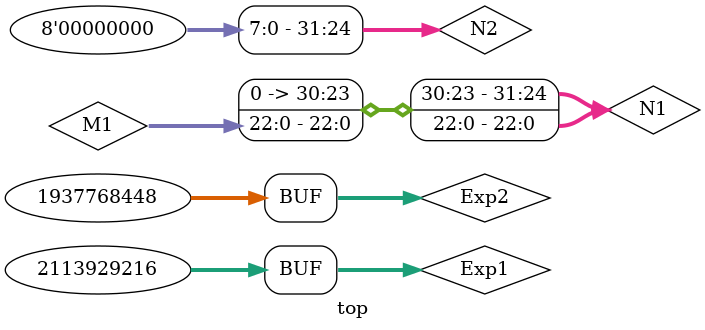
<source format=v>
`include "Tools/wallace.v"
`include "Tools/split.v"


module top;
    reg [31:0] Exp1,Exp2;   //EXPRESSIONS
    wire S1,S2,S3;          //SIGNS
    wire [7:0] E1,E2;       //EXPONENTS
    wire [22:0] M1,M2;      //MANTISSA

    reg [22:0]M3;       //FINAL MANTISSA
    reg [7:0]E3;        //FINAL EXPONENT

    //----------------------------------------------------------------------------------SPLIT
    Split SP1(Exp1,S1,E1,M1);
    Split SP2(Exp2,S2,E2,M2);

    //----------------------------------------------------------------------------------MULTIPLICATION
    wire [31:0] N1,N2;   //TEMPORARY VAR
	wire [63:0] N3;
    wire [8:0] temp_E3;

    assign N1 = {{8'b0},|E1,M1};   //Reduction for handle zeroes
    assign N2 = {{8'b0},|E2,M2};   //and denormal numbers
   

    assign temp_E3=E1+E2-127;
    assign S3=S1^S2;
    
    wallace w(N2,N1,N3);

    //----------------------------------------------------------------------------------NORMALISING
	always@(*)	
	begin
    //$monitor("\nN3: %b\tN2: %b\tN1: %b\n",N3,N2,N1);
		if(N3[47]==1)
		begin
            M3=N3[46:24];
            E3=temp_E3+1;
        end
        else
        begin
            M3=N3[45:23];
            E3=temp_E3;
        end
        if(temp_E3>=255)
            E3=8'b11111111;
	end

    reg [31:0] Final_exp;

    //----------------------------------------------------------------------------------Checking various cases
    always@(*)
    begin
        if(&E1 == 1'b1 && |M1 == 1'b0)          //INFINITY
            Final_exp={1'b0,8'b11111111,23'b0};
        else if(&E2 == 1'b1 && |M2 == 1'b0)     //INFINITY
            Final_exp={1'b0,8'b11111111,23'b0};

        else if(|E1 == 1'b0 && |M1 == 1'b0)     //ZERO
            Final_exp={32'b0};
        else if(|E2 == 1'b0 && |M2 == 1'b0)     //ZERO
            Final_exp={32'b0};
       
        else                                    //NORMAL CASE
            Final_exp={S3,E3,M3};
    end

	//---------------------------------------------------------------------------------------------TESTBENCH
    initial
    begin
        #0 Exp1={9'b010000000,{23{1'b0}}}; Exp2={9'b010000001,{23{1'b0}}};                          //2*4
        #10 Exp1=32'b01000010111110100100000000000000; Exp2=32'b01000001010000010000000000000000;   //125.125*12.0625
        #10 Exp1=32'b01000000110010000000000000000000; Exp2=32'b01000000101111100110011001100110;   // 6.25*5.95
        #10 Exp1=32'b01111111100000000000000000000000; Exp2=32'b01110011100000000000000000000000;   //INFINTIY
        #10 Exp1=32'b01111110000000000000000000000000; Exp2=32'b01110011100000000000000000000000;

    end
    initial
    begin
        $monitor($time, " Exp1: %b   Exp2: %b   PRODUCT: %b\n",Exp1,Exp2,Final_exp);
    end

endmodule
</source>
